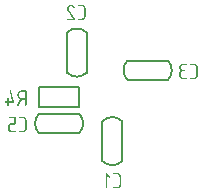
<source format=gbo>
G04*
G04 #@! TF.GenerationSoftware,Altium Limited,Altium Designer,19.1.8 (144)*
G04*
G04 Layer_Color=32896*
%FSLAX44Y44*%
%MOMM*%
G71*
G01*
G75*
%ADD11C,0.2000*%
G36*
X406348Y160620D02*
X406510Y160574D01*
X406602Y160481D01*
X406695Y160412D01*
X406764Y160319D01*
X406810Y160227D01*
X406834Y160180D01*
Y160157D01*
X409472Y150971D01*
Y150855D01*
Y150809D01*
Y150786D01*
X409448Y150577D01*
X409379Y150416D01*
X409263Y150300D01*
X409148Y150231D01*
X409032Y150184D01*
X408916Y150138D01*
X404867D01*
Y148148D01*
X404844Y147940D01*
X404774Y147778D01*
X404659Y147662D01*
X404543Y147593D01*
X404427Y147546D01*
X404311Y147500D01*
X404219D01*
X403988Y147523D01*
X403826Y147593D01*
X403710Y147708D01*
X403640Y147824D01*
X403571Y147940D01*
X403548Y148055D01*
Y148125D01*
Y148148D01*
Y150138D01*
X402252D01*
X402021Y150161D01*
X401859Y150231D01*
X401743Y150346D01*
X401674Y150462D01*
X401604Y150577D01*
X401581Y150693D01*
Y150763D01*
Y150786D01*
X401604Y151017D01*
X401674Y151179D01*
X401789Y151295D01*
X401905Y151364D01*
X402044Y151434D01*
X402136Y151457D01*
X403548D01*
Y153424D01*
X403571Y153655D01*
X403640Y153817D01*
X403756Y153933D01*
X403872Y154002D01*
X404011Y154072D01*
X404103Y154095D01*
X404219D01*
X404427Y154072D01*
X404589Y154002D01*
X404705Y153886D01*
X404774Y153771D01*
X404821Y153632D01*
X404867Y153539D01*
Y153447D01*
Y153424D01*
Y151457D01*
X407944D01*
X405561Y159787D01*
X405538Y159926D01*
Y159949D01*
Y159972D01*
X405561Y160203D01*
X405630Y160366D01*
X405746Y160481D01*
X405862Y160551D01*
X405978Y160620D01*
X406093Y160643D01*
X406186D01*
X406348Y160620D01*
D02*
G37*
G36*
X419560D02*
X419722Y160551D01*
X419838Y160435D01*
X419907Y160319D01*
X419954Y160180D01*
X420000Y160088D01*
Y159995D01*
Y159972D01*
Y148148D01*
X419977Y147940D01*
X419907Y147778D01*
X419792Y147662D01*
X419676Y147593D01*
X419560Y147546D01*
X419445Y147500D01*
X419352D01*
X419121Y147523D01*
X418959Y147593D01*
X418843Y147708D01*
X418774Y147824D01*
X418704Y147940D01*
X418681Y148055D01*
Y148125D01*
Y148148D01*
Y152753D01*
X415812D01*
X413382Y147847D01*
X413313Y147731D01*
X413220Y147639D01*
X413105Y147593D01*
X413012Y147546D01*
X412919Y147523D01*
X412850Y147500D01*
X412780D01*
X412595Y147523D01*
X412457Y147593D01*
X412364Y147662D01*
X412318Y147685D01*
X412202Y147847D01*
X412133Y147986D01*
X412109Y148102D01*
Y148148D01*
X412133Y148264D01*
X412156Y148356D01*
X412179Y148426D01*
X412202Y148449D01*
X414493Y153030D01*
X414076Y153239D01*
X413706Y153470D01*
X413382Y153724D01*
X413105Y154002D01*
X412873Y154303D01*
X412688Y154604D01*
X412526Y154905D01*
X412410Y155205D01*
X412318Y155506D01*
X412225Y155784D01*
X412179Y156038D01*
X412156Y156247D01*
X412133Y156432D01*
X412109Y156571D01*
Y156663D01*
Y156686D01*
X412133Y156987D01*
X412156Y157288D01*
X412295Y157820D01*
X412480Y158306D01*
X412688Y158700D01*
X412896Y159023D01*
X412989Y159162D01*
X413081Y159278D01*
X413151Y159370D01*
X413220Y159440D01*
X413243Y159463D01*
X413266Y159486D01*
X413498Y159694D01*
X413729Y159880D01*
X413961Y160018D01*
X414192Y160157D01*
X414655Y160366D01*
X415094Y160504D01*
X415488Y160574D01*
X415650Y160620D01*
X415789D01*
X415904Y160643D01*
X419352D01*
X419560Y160620D01*
D02*
G37*
G36*
X417200Y138097D02*
X417663Y137981D01*
X418056Y137842D01*
X418403Y137657D01*
X418681Y137472D01*
X418866Y137333D01*
X419005Y137218D01*
X419051Y137171D01*
X419375Y136801D01*
X419607Y136408D01*
X419769Y136014D01*
X419884Y135644D01*
X419954Y135343D01*
X419977Y135089D01*
X420000Y134996D01*
Y134927D01*
Y134881D01*
Y134857D01*
Y128286D01*
X419954Y127800D01*
X419861Y127337D01*
X419699Y126944D01*
X419514Y126597D01*
X419352Y126319D01*
X419190Y126134D01*
X419098Y125995D01*
X419051Y125949D01*
X418681Y125625D01*
X418265Y125393D01*
X417894Y125231D01*
X417524Y125116D01*
X417200Y125046D01*
X416946Y125023D01*
X416853Y125000D01*
X414100D01*
X413868Y125023D01*
X413706Y125093D01*
X413590Y125208D01*
X413521Y125324D01*
X413451Y125440D01*
X413428Y125555D01*
Y125625D01*
Y125648D01*
X413451Y125879D01*
X413521Y126041D01*
X413637Y126157D01*
X413752Y126226D01*
X413891Y126296D01*
X413984Y126319D01*
X416714D01*
X417015Y126342D01*
X417293Y126412D01*
X417524Y126504D01*
X417732Y126597D01*
X417894Y126689D01*
X418010Y126782D01*
X418103Y126851D01*
X418126Y126874D01*
X418311Y127106D01*
X418450Y127337D01*
X418542Y127569D01*
X418612Y127800D01*
X418658Y127985D01*
X418681Y128147D01*
Y128239D01*
Y128286D01*
Y134834D01*
X418658Y135135D01*
X418588Y135413D01*
X418496Y135644D01*
X418403Y135852D01*
X418311Y136014D01*
X418218Y136153D01*
X418149Y136223D01*
X418126Y136246D01*
X417894Y136431D01*
X417663Y136570D01*
X417431Y136685D01*
X417200Y136755D01*
X417015Y136801D01*
X416853Y136824D01*
X414100D01*
X413868Y136847D01*
X413706Y136917D01*
X413590Y137032D01*
X413521Y137148D01*
X413451Y137264D01*
X413428Y137380D01*
Y137449D01*
Y137472D01*
X413451Y137704D01*
X413521Y137865D01*
X413637Y137981D01*
X413752Y138051D01*
X413891Y138120D01*
X413984Y138143D01*
X416714D01*
X417200Y138097D01*
D02*
G37*
G36*
X410351Y138120D02*
X410513Y138051D01*
X410629Y137935D01*
X410698Y137819D01*
X410744Y137680D01*
X410790Y137588D01*
Y137495D01*
Y137472D01*
Y132219D01*
X410767Y132011D01*
X410698Y131849D01*
X410582Y131734D01*
X410467Y131664D01*
X410351Y131618D01*
X410235Y131572D01*
X407505D01*
X407204Y131549D01*
X406949Y131479D01*
X406718Y131386D01*
X406510Y131294D01*
X406348Y131178D01*
X406209Y131086D01*
X406139Y131016D01*
X406116Y130993D01*
X405931Y130762D01*
X405792Y130530D01*
X405677Y130299D01*
X405607Y130068D01*
X405561Y129882D01*
X405538Y129720D01*
Y129628D01*
Y129582D01*
Y128286D01*
X405561Y127985D01*
X405630Y127707D01*
X405723Y127476D01*
X405816Y127268D01*
X405931Y127106D01*
X406024Y126990D01*
X406093Y126897D01*
X406116Y126874D01*
X406348Y126689D01*
X406579Y126550D01*
X406810Y126458D01*
X407019Y126388D01*
X407227Y126342D01*
X407366Y126319D01*
X410143D01*
X410351Y126296D01*
X410513Y126226D01*
X410629Y126111D01*
X410698Y125995D01*
X410744Y125856D01*
X410790Y125764D01*
Y125671D01*
Y125648D01*
X410767Y125440D01*
X410698Y125278D01*
X410582Y125162D01*
X410467Y125093D01*
X410351Y125046D01*
X410235Y125000D01*
X407505D01*
X407019Y125046D01*
X406579Y125139D01*
X406186Y125301D01*
X405839Y125486D01*
X405561Y125648D01*
X405353Y125810D01*
X405237Y125902D01*
X405191Y125949D01*
X404867Y126319D01*
X404635Y126735D01*
X404450Y127106D01*
X404335Y127476D01*
X404265Y127800D01*
X404242Y128054D01*
X404219Y128147D01*
Y128216D01*
Y128263D01*
Y128286D01*
Y129582D01*
X404265Y130068D01*
X404381Y130530D01*
X404520Y130924D01*
X404705Y131271D01*
X404890Y131549D01*
X405029Y131757D01*
X405145Y131872D01*
X405191Y131919D01*
X405561Y132243D01*
X405954Y132474D01*
X406348Y132659D01*
X406695Y132775D01*
X407019Y132844D01*
X407273Y132867D01*
X407366Y132891D01*
X409472D01*
Y136824D01*
X405538D01*
X405307Y136847D01*
X405145Y136917D01*
X405029Y137032D01*
X404959Y137148D01*
X404890Y137264D01*
X404867Y137380D01*
Y137449D01*
Y137472D01*
X404890Y137704D01*
X404959Y137865D01*
X405075Y137981D01*
X405191Y138051D01*
X405330Y138120D01*
X405422Y138143D01*
X410143D01*
X410351Y138120D01*
D02*
G37*
G36*
X562200Y183097D02*
X562663Y182981D01*
X563056Y182842D01*
X563403Y182657D01*
X563681Y182472D01*
X563866Y182333D01*
X564005Y182218D01*
X564051Y182171D01*
X564375Y181801D01*
X564607Y181408D01*
X564769Y181014D01*
X564884Y180644D01*
X564954Y180343D01*
X564977Y180089D01*
X565000Y179996D01*
Y179927D01*
Y179881D01*
Y179857D01*
Y173286D01*
X564954Y172800D01*
X564861Y172337D01*
X564699Y171944D01*
X564514Y171597D01*
X564352Y171319D01*
X564190Y171134D01*
X564098Y170995D01*
X564051Y170949D01*
X563681Y170625D01*
X563265Y170393D01*
X562894Y170231D01*
X562524Y170116D01*
X562200Y170046D01*
X561946Y170023D01*
X561853Y170000D01*
X559099D01*
X558868Y170023D01*
X558706Y170093D01*
X558590Y170208D01*
X558521Y170324D01*
X558451Y170440D01*
X558428Y170555D01*
Y170625D01*
Y170648D01*
X558451Y170879D01*
X558521Y171041D01*
X558637Y171157D01*
X558752Y171226D01*
X558891Y171296D01*
X558984Y171319D01*
X561714D01*
X562015Y171342D01*
X562293Y171411D01*
X562524Y171504D01*
X562732Y171597D01*
X562894Y171689D01*
X563010Y171782D01*
X563103Y171851D01*
X563126Y171874D01*
X563311Y172106D01*
X563450Y172337D01*
X563542Y172568D01*
X563612Y172800D01*
X563658Y172985D01*
X563681Y173147D01*
Y173239D01*
Y173286D01*
Y179834D01*
X563658Y180135D01*
X563588Y180413D01*
X563496Y180644D01*
X563403Y180852D01*
X563311Y181014D01*
X563218Y181153D01*
X563149Y181223D01*
X563126Y181246D01*
X562894Y181431D01*
X562663Y181570D01*
X562431Y181685D01*
X562200Y181755D01*
X562015Y181801D01*
X561853Y181824D01*
X559099D01*
X558868Y181847D01*
X558706Y181917D01*
X558590Y182033D01*
X558521Y182148D01*
X558451Y182264D01*
X558428Y182380D01*
Y182449D01*
Y182472D01*
X558451Y182703D01*
X558521Y182866D01*
X558637Y182981D01*
X558752Y183051D01*
X558891Y183120D01*
X558984Y183143D01*
X561714D01*
X562200Y183097D01*
D02*
G37*
G36*
X555351Y183120D02*
X555513Y183051D01*
X555629Y182935D01*
X555698Y182819D01*
X555744Y182680D01*
X555790Y182588D01*
Y182495D01*
Y182472D01*
X555767Y182264D01*
X555698Y182102D01*
X555582Y181986D01*
X555467Y181917D01*
X555351Y181870D01*
X555235Y181824D01*
X552528D01*
X552227Y181801D01*
X551949Y181732D01*
X551718Y181639D01*
X551510Y181547D01*
X551348Y181431D01*
X551209Y181338D01*
X551139Y181269D01*
X551116Y181246D01*
X550931Y181014D01*
X550792Y180783D01*
X550677Y180552D01*
X550607Y180343D01*
X550561Y180135D01*
X550538Y179996D01*
Y179904D01*
Y179857D01*
X550561Y179557D01*
X550630Y179279D01*
X550723Y179048D01*
X550816Y178839D01*
X550931Y178677D01*
X551024Y178562D01*
X551093Y178469D01*
X551116Y178446D01*
X551348Y178261D01*
X551579Y178122D01*
X551810Y178029D01*
X552042Y177960D01*
X552227Y177914D01*
X552389Y177890D01*
X553847D01*
X554055Y177867D01*
X554217Y177798D01*
X554333Y177682D01*
X554402Y177567D01*
X554448Y177428D01*
X554495Y177335D01*
Y177243D01*
Y177220D01*
X554472Y177011D01*
X554402Y176849D01*
X554286Y176734D01*
X554171Y176664D01*
X554055Y176618D01*
X553939Y176572D01*
X552528D01*
X552227Y176548D01*
X551973Y176479D01*
X551741Y176387D01*
X551533Y176294D01*
X551371Y176178D01*
X551232Y176086D01*
X551163Y176016D01*
X551139Y175993D01*
X550931Y175762D01*
X550792Y175530D01*
X550677Y175299D01*
X550607Y175068D01*
X550561Y174882D01*
X550538Y174720D01*
Y174628D01*
Y174582D01*
Y173286D01*
X550561Y172985D01*
X550630Y172707D01*
X550723Y172476D01*
X550816Y172268D01*
X550931Y172106D01*
X551024Y171990D01*
X551093Y171897D01*
X551116Y171874D01*
X551348Y171689D01*
X551579Y171550D01*
X551810Y171458D01*
X552042Y171388D01*
X552227Y171342D01*
X552389Y171319D01*
X555143D01*
X555351Y171296D01*
X555513Y171226D01*
X555629Y171111D01*
X555698Y170995D01*
X555744Y170856D01*
X555790Y170764D01*
Y170671D01*
Y170648D01*
X555767Y170440D01*
X555698Y170278D01*
X555582Y170162D01*
X555467Y170093D01*
X555351Y170046D01*
X555235Y170000D01*
X552505D01*
X552019Y170046D01*
X551579Y170139D01*
X551186Y170301D01*
X550839Y170486D01*
X550561Y170648D01*
X550353Y170810D01*
X550237Y170902D01*
X550191Y170949D01*
X549867Y171319D01*
X549635Y171735D01*
X549450Y172106D01*
X549335Y172476D01*
X549265Y172800D01*
X549242Y173054D01*
X549219Y173147D01*
Y173216D01*
Y173263D01*
Y173286D01*
Y174582D01*
X549242Y174882D01*
X549265Y175160D01*
X549335Y175438D01*
X549427Y175692D01*
X549635Y176132D01*
X549867Y176525D01*
X550121Y176826D01*
X550330Y177034D01*
X550422Y177127D01*
X550492Y177173D01*
X550515Y177220D01*
X550538D01*
X550307Y177405D01*
X550098Y177613D01*
X549936Y177844D01*
X549774Y178053D01*
X549635Y178284D01*
X549543Y178492D01*
X549381Y178909D01*
X549288Y179279D01*
X549265Y179441D01*
X549242Y179580D01*
X549219Y179695D01*
Y179788D01*
Y179834D01*
Y179857D01*
X549265Y180343D01*
X549381Y180783D01*
X549520Y181176D01*
X549705Y181523D01*
X549890Y181801D01*
X550029Y182009D01*
X550145Y182125D01*
X550191Y182171D01*
X550561Y182495D01*
X550954Y182727D01*
X551348Y182912D01*
X551718Y183027D01*
X552019Y183097D01*
X552273Y183120D01*
X552366Y183143D01*
X555143D01*
X555351Y183120D01*
D02*
G37*
G36*
X457875Y233120D02*
X458222Y233051D01*
X458546Y232935D01*
X458870Y232773D01*
X459148Y232588D01*
X459402Y232403D01*
X459657Y232194D01*
X459888Y231963D01*
X460073Y231755D01*
X460258Y231523D01*
X460397Y231338D01*
X460513Y231153D01*
X460629Y230991D01*
X460698Y230875D01*
X460721Y230806D01*
X460744Y230783D01*
X460790Y230598D01*
Y230528D01*
Y230505D01*
X460767Y230297D01*
X460698Y230135D01*
X460582Y230019D01*
X460467Y229950D01*
X460351Y229904D01*
X460235Y229857D01*
X460143D01*
X460004Y229881D01*
X459888Y229904D01*
X459726Y230019D01*
X459610Y230135D01*
X459587Y230158D01*
Y230181D01*
X459402Y230482D01*
X459217Y230714D01*
X459055Y230945D01*
X458870Y231130D01*
X458685Y231292D01*
X458523Y231431D01*
X458361Y231523D01*
X458199Y231616D01*
X457921Y231732D01*
X457713Y231801D01*
X457574Y231824D01*
X457528D01*
X457227Y231801D01*
X456949Y231732D01*
X456718Y231639D01*
X456510Y231547D01*
X456348Y231431D01*
X456209Y231338D01*
X456139Y231269D01*
X456116Y231246D01*
X455931Y231014D01*
X455792Y230783D01*
X455677Y230552D01*
X455607Y230343D01*
X455561Y230135D01*
X455538Y229996D01*
Y229904D01*
Y229857D01*
X455561Y229649D01*
X455584Y229464D01*
X455630Y229279D01*
X455700Y229117D01*
X455769Y228978D01*
X455816Y228862D01*
X455839Y228793D01*
X455862Y228770D01*
X460698Y221018D01*
X460744Y220902D01*
X460767Y220764D01*
X460790Y220694D01*
Y220648D01*
X460767Y220440D01*
X460698Y220278D01*
X460582Y220162D01*
X460467Y220093D01*
X460351Y220046D01*
X460235Y220000D01*
X454890D01*
X454659Y220023D01*
X454497Y220093D01*
X454381Y220208D01*
X454311Y220324D01*
X454242Y220440D01*
X454219Y220555D01*
Y220625D01*
Y220648D01*
X454242Y220879D01*
X454311Y221041D01*
X454427Y221157D01*
X454543Y221226D01*
X454682Y221296D01*
X454774Y221319D01*
X458963D01*
X454821Y227960D01*
X454612Y228307D01*
X454473Y228654D01*
X454358Y228978D01*
X454288Y229256D01*
X454242Y229510D01*
X454219Y229695D01*
Y229811D01*
Y229857D01*
X454265Y230343D01*
X454381Y230783D01*
X454520Y231176D01*
X454705Y231523D01*
X454890Y231801D01*
X455029Y232009D01*
X455145Y232125D01*
X455191Y232171D01*
X455561Y232495D01*
X455954Y232727D01*
X456348Y232912D01*
X456718Y233027D01*
X457019Y233097D01*
X457273Y233120D01*
X457366Y233143D01*
X457505D01*
X457875Y233120D01*
D02*
G37*
G36*
X467200Y233097D02*
X467663Y232981D01*
X468056Y232842D01*
X468403Y232657D01*
X468681Y232472D01*
X468866Y232333D01*
X469005Y232218D01*
X469051Y232171D01*
X469375Y231801D01*
X469607Y231408D01*
X469769Y231014D01*
X469884Y230644D01*
X469954Y230343D01*
X469977Y230089D01*
X470000Y229996D01*
Y229927D01*
Y229881D01*
Y229857D01*
Y223286D01*
X469954Y222800D01*
X469861Y222337D01*
X469699Y221944D01*
X469514Y221597D01*
X469352Y221319D01*
X469190Y221134D01*
X469098Y220995D01*
X469051Y220949D01*
X468681Y220625D01*
X468265Y220393D01*
X467894Y220231D01*
X467524Y220116D01*
X467200Y220046D01*
X466946Y220023D01*
X466853Y220000D01*
X464100D01*
X463868Y220023D01*
X463706Y220093D01*
X463590Y220208D01*
X463521Y220324D01*
X463451Y220440D01*
X463428Y220555D01*
Y220625D01*
Y220648D01*
X463451Y220879D01*
X463521Y221041D01*
X463637Y221157D01*
X463752Y221226D01*
X463891Y221296D01*
X463984Y221319D01*
X466714D01*
X467015Y221342D01*
X467293Y221411D01*
X467524Y221504D01*
X467732Y221597D01*
X467894Y221689D01*
X468010Y221782D01*
X468103Y221851D01*
X468126Y221874D01*
X468311Y222106D01*
X468450Y222337D01*
X468542Y222568D01*
X468612Y222800D01*
X468658Y222985D01*
X468681Y223147D01*
Y223239D01*
Y223286D01*
Y229834D01*
X468658Y230135D01*
X468588Y230413D01*
X468496Y230644D01*
X468403Y230852D01*
X468311Y231014D01*
X468218Y231153D01*
X468149Y231223D01*
X468126Y231246D01*
X467894Y231431D01*
X467663Y231570D01*
X467431Y231685D01*
X467200Y231755D01*
X467015Y231801D01*
X466853Y231824D01*
X464100D01*
X463868Y231847D01*
X463706Y231917D01*
X463590Y232033D01*
X463521Y232148D01*
X463451Y232264D01*
X463428Y232380D01*
Y232449D01*
Y232472D01*
X463451Y232703D01*
X463521Y232866D01*
X463637Y232981D01*
X463752Y233051D01*
X463891Y233120D01*
X463984Y233143D01*
X466714D01*
X467200Y233097D01*
D02*
G37*
G36*
X487713Y90597D02*
X487875Y90527D01*
X487991Y90435D01*
X488014Y90412D01*
X488037Y90389D01*
X490605Y87820D01*
X490721Y87658D01*
X490767Y87519D01*
X490790Y87404D01*
Y87381D01*
Y87357D01*
X490767Y87126D01*
X490698Y86964D01*
X490582Y86848D01*
X490467Y86779D01*
X490351Y86733D01*
X490235Y86686D01*
X490143D01*
X489958Y86709D01*
X489795Y86779D01*
X489703Y86848D01*
X489680Y86872D01*
X488153Y88399D01*
Y78148D01*
X488130Y77940D01*
X488060Y77778D01*
X487944Y77662D01*
X487829Y77593D01*
X487713Y77546D01*
X487597Y77500D01*
X487505D01*
X487273Y77523D01*
X487111Y77593D01*
X486996Y77708D01*
X486926Y77824D01*
X486857Y77940D01*
X486834Y78055D01*
Y78125D01*
Y78148D01*
Y89972D01*
X486857Y90204D01*
X486926Y90365D01*
X487042Y90481D01*
X487158Y90551D01*
X487296Y90620D01*
X487389Y90643D01*
X487597D01*
X487713Y90597D01*
D02*
G37*
G36*
X497200D02*
X497663Y90481D01*
X498056Y90342D01*
X498403Y90157D01*
X498681Y89972D01*
X498866Y89833D01*
X499005Y89718D01*
X499051Y89671D01*
X499375Y89301D01*
X499607Y88908D01*
X499769Y88514D01*
X499884Y88144D01*
X499954Y87843D01*
X499977Y87589D01*
X500000Y87496D01*
Y87427D01*
Y87381D01*
Y87357D01*
Y80786D01*
X499954Y80300D01*
X499861Y79837D01*
X499699Y79444D01*
X499514Y79097D01*
X499352Y78819D01*
X499190Y78634D01*
X499098Y78495D01*
X499051Y78449D01*
X498681Y78125D01*
X498265Y77893D01*
X497894Y77731D01*
X497524Y77616D01*
X497200Y77546D01*
X496946Y77523D01*
X496853Y77500D01*
X494099D01*
X493868Y77523D01*
X493706Y77593D01*
X493590Y77708D01*
X493521Y77824D01*
X493451Y77940D01*
X493428Y78055D01*
Y78125D01*
Y78148D01*
X493451Y78379D01*
X493521Y78541D01*
X493637Y78657D01*
X493752Y78726D01*
X493891Y78796D01*
X493984Y78819D01*
X496714D01*
X497015Y78842D01*
X497293Y78911D01*
X497524Y79004D01*
X497732Y79097D01*
X497894Y79189D01*
X498010Y79282D01*
X498103Y79351D01*
X498126Y79374D01*
X498311Y79606D01*
X498450Y79837D01*
X498542Y80069D01*
X498612Y80300D01*
X498658Y80485D01*
X498681Y80647D01*
Y80739D01*
Y80786D01*
Y87334D01*
X498658Y87635D01*
X498588Y87913D01*
X498496Y88144D01*
X498403Y88352D01*
X498311Y88514D01*
X498218Y88653D01*
X498149Y88723D01*
X498126Y88746D01*
X497894Y88931D01*
X497663Y89070D01*
X497431Y89185D01*
X497200Y89255D01*
X497015Y89301D01*
X496853Y89324D01*
X494099D01*
X493868Y89347D01*
X493706Y89417D01*
X493590Y89532D01*
X493521Y89648D01*
X493451Y89764D01*
X493428Y89880D01*
Y89949D01*
Y89972D01*
X493451Y90204D01*
X493521Y90365D01*
X493637Y90481D01*
X493752Y90551D01*
X493891Y90620D01*
X493984Y90643D01*
X496714D01*
X497200Y90597D01*
D02*
G37*
%LPC*%
G36*
X418681Y159324D02*
X416066D01*
X415673Y159301D01*
X415303Y159208D01*
X414979Y159093D01*
X414701Y158954D01*
X414493Y158792D01*
X414331Y158676D01*
X414215Y158584D01*
X414192Y158561D01*
X413937Y158260D01*
X413752Y157936D01*
X413614Y157635D01*
X413521Y157334D01*
X413475Y157080D01*
X413428Y156872D01*
Y156733D01*
Y156709D01*
Y156686D01*
X413451Y156293D01*
X413544Y155923D01*
X413660Y155599D01*
X413799Y155344D01*
X413961Y155113D01*
X414076Y154951D01*
X414169Y154858D01*
X414192Y154812D01*
X414493Y154558D01*
X414817Y154396D01*
X415118Y154257D01*
X415418Y154164D01*
X415673Y154118D01*
X415881Y154095D01*
X416020Y154072D01*
X418681D01*
Y159324D01*
D02*
G37*
%LPD*%
D11*
X430500Y140750D02*
G03*
X430500Y124250I8250J-8250D01*
G01*
X464500D02*
G03*
X464500Y140750I-8250J8250D01*
G01*
X539500Y169250D02*
G03*
X539500Y185750I-8250J8250D01*
G01*
X505500D02*
G03*
X505500Y169250I8250J-8250D01*
G01*
X470750Y209500D02*
G03*
X454250Y209500I-8250J-8250D01*
G01*
Y175500D02*
G03*
X470750Y175500I8250J8250D01*
G01*
X484250Y100540D02*
G03*
X500750Y100540I8250J8250D01*
G01*
Y134540D02*
G03*
X484250Y134540I-8250J-8250D01*
G01*
X430500Y146750D02*
Y163250D01*
X464500Y146750D02*
Y163250D01*
X430500Y146750D02*
X464500D01*
X430500Y163250D02*
X464500D01*
X430500Y140750D02*
X464500D01*
X430500Y124250D02*
X464500D01*
X505500Y169250D02*
X539500D01*
X505500Y185750D02*
X539500D01*
X470750Y175500D02*
Y209500D01*
X454250Y175500D02*
Y209500D01*
X484250Y100540D02*
Y134540D01*
X500750Y100540D02*
Y134540D01*
M02*

</source>
